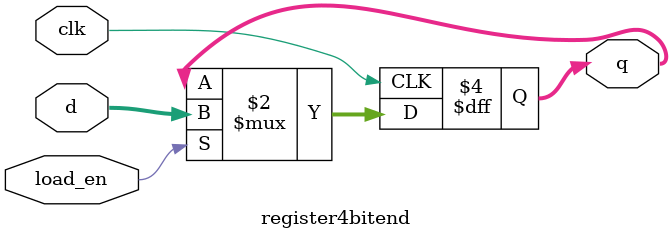
<source format=v>
module register4bitend (output reg [15:0]q,input [15:0]d ,input clk, input load_en);

always@(posedge clk)
begin
if (load_en)
q<=d;
end
endmodule

</source>
